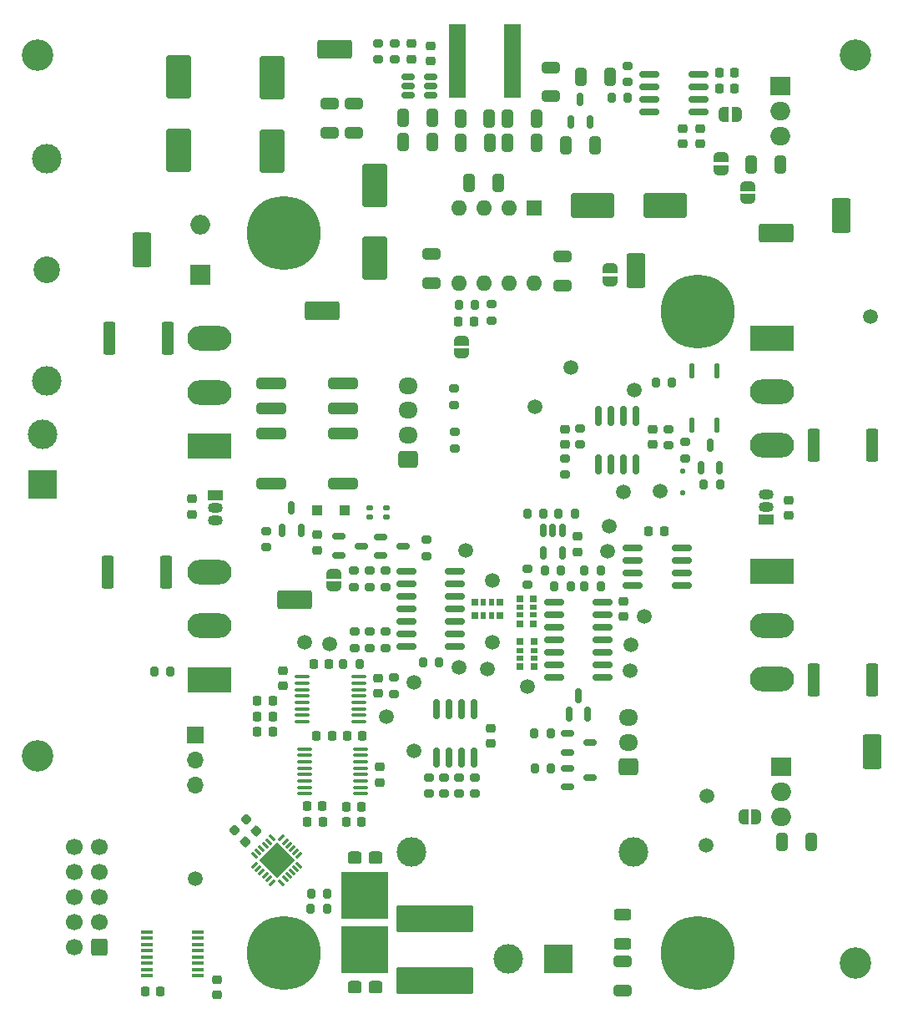
<source format=gbr>
%TF.GenerationSoftware,KiCad,Pcbnew,8.0.0*%
%TF.CreationDate,2024-03-22T17:01:39+01:00*%
%TF.ProjectId,PrezisoinPowerSupply,5072657a-6973-46f6-996e-506f77657253,rev?*%
%TF.SameCoordinates,Original*%
%TF.FileFunction,Soldermask,Top*%
%TF.FilePolarity,Negative*%
%FSLAX46Y46*%
G04 Gerber Fmt 4.6, Leading zero omitted, Abs format (unit mm)*
G04 Created by KiCad (PCBNEW 8.0.0) date 2024-03-22 17:01:39*
%MOMM*%
%LPD*%
G01*
G04 APERTURE LIST*
G04 Aperture macros list*
%AMRoundRect*
0 Rectangle with rounded corners*
0 $1 Rounding radius*
0 $2 $3 $4 $5 $6 $7 $8 $9 X,Y pos of 4 corners*
0 Add a 4 corners polygon primitive as box body*
4,1,4,$2,$3,$4,$5,$6,$7,$8,$9,$2,$3,0*
0 Add four circle primitives for the rounded corners*
1,1,$1+$1,$2,$3*
1,1,$1+$1,$4,$5*
1,1,$1+$1,$6,$7*
1,1,$1+$1,$8,$9*
0 Add four rect primitives between the rounded corners*
20,1,$1+$1,$2,$3,$4,$5,0*
20,1,$1+$1,$4,$5,$6,$7,0*
20,1,$1+$1,$6,$7,$8,$9,0*
20,1,$1+$1,$8,$9,$2,$3,0*%
%AMRotRect*
0 Rectangle, with rotation*
0 The origin of the aperture is its center*
0 $1 length*
0 $2 width*
0 $3 Rotation angle, in degrees counterclockwise*
0 Add horizontal line*
21,1,$1,$2,0,0,$3*%
%AMFreePoly0*
4,1,19,0.500000,-0.750000,0.000000,-0.750000,0.000000,-0.744911,-0.071157,-0.744911,-0.207708,-0.704816,-0.327430,-0.627875,-0.420627,-0.520320,-0.479746,-0.390866,-0.500000,-0.250000,-0.500000,0.250000,-0.479746,0.390866,-0.420627,0.520320,-0.327430,0.627875,-0.207708,0.704816,-0.071157,0.744911,0.000000,0.744911,0.000000,0.750000,0.500000,0.750000,0.500000,-0.750000,0.500000,-0.750000,
$1*%
%AMFreePoly1*
4,1,19,0.000000,0.744911,0.071157,0.744911,0.207708,0.704816,0.327430,0.627875,0.420627,0.520320,0.479746,0.390866,0.500000,0.250000,0.500000,-0.250000,0.479746,-0.390866,0.420627,-0.520320,0.327430,-0.627875,0.207708,-0.704816,0.071157,-0.744911,0.000000,-0.744911,0.000000,-0.750000,-0.500000,-0.750000,-0.500000,0.750000,0.000000,0.750000,0.000000,0.744911,0.000000,0.744911,
$1*%
G04 Aperture macros list end*
%ADD10R,1.500000X1.050000*%
%ADD11O,1.500000X1.050000*%
%ADD12RoundRect,0.225000X-0.250000X0.225000X-0.250000X-0.225000X0.250000X-0.225000X0.250000X0.225000X0*%
%ADD13RoundRect,0.147500X0.172500X-0.147500X0.172500X0.147500X-0.172500X0.147500X-0.172500X-0.147500X0*%
%ADD14RoundRect,0.225000X0.250000X-0.225000X0.250000X0.225000X-0.250000X0.225000X-0.250000X-0.225000X0*%
%ADD15RoundRect,0.200000X-1.550000X-0.750000X1.550000X-0.750000X1.550000X0.750000X-1.550000X0.750000X0*%
%ADD16RoundRect,0.200000X-0.200000X-0.275000X0.200000X-0.275000X0.200000X0.275000X-0.200000X0.275000X0*%
%ADD17RoundRect,0.317500X-0.382500X-0.317500X0.382500X-0.317500X0.382500X0.317500X-0.382500X0.317500X0*%
%ADD18R,4.800000X4.720000*%
%ADD19RoundRect,0.150000X0.150000X-0.825000X0.150000X0.825000X-0.150000X0.825000X-0.150000X-0.825000X0*%
%ADD20RoundRect,0.200000X0.275000X-0.200000X0.275000X0.200000X-0.275000X0.200000X-0.275000X-0.200000X0*%
%ADD21C,1.500000*%
%ADD22R,0.640000X0.700000*%
%ADD23R,0.500000X0.700000*%
%ADD24RoundRect,0.250000X-1.000000X1.950000X-1.000000X-1.950000X1.000000X-1.950000X1.000000X1.950000X0*%
%ADD25RoundRect,0.200000X0.750000X-1.550000X0.750000X1.550000X-0.750000X1.550000X-0.750000X-1.550000X0*%
%ADD26RoundRect,0.218750X0.218750X0.256250X-0.218750X0.256250X-0.218750X-0.256250X0.218750X-0.256250X0*%
%ADD27RoundRect,0.200000X0.200000X0.275000X-0.200000X0.275000X-0.200000X-0.275000X0.200000X-0.275000X0*%
%ADD28C,4.700000*%
%ADD29C,7.500000*%
%ADD30RoundRect,0.250000X0.650000X-0.325000X0.650000X0.325000X-0.650000X0.325000X-0.650000X-0.325000X0*%
%ADD31RoundRect,0.250000X-1.950000X-1.000000X1.950000X-1.000000X1.950000X1.000000X-1.950000X1.000000X0*%
%ADD32RoundRect,0.100000X0.637500X0.100000X-0.637500X0.100000X-0.637500X-0.100000X0.637500X-0.100000X0*%
%ADD33RoundRect,0.200000X-0.275000X0.200000X-0.275000X-0.200000X0.275000X-0.200000X0.275000X0.200000X0*%
%ADD34RoundRect,0.250000X-0.325000X-0.650000X0.325000X-0.650000X0.325000X0.650000X-0.325000X0.650000X0*%
%ADD35RoundRect,0.225000X-0.225000X-0.250000X0.225000X-0.250000X0.225000X0.250000X-0.225000X0.250000X0*%
%ADD36RoundRect,0.150000X-0.512500X-0.150000X0.512500X-0.150000X0.512500X0.150000X-0.512500X0.150000X0*%
%ADD37RoundRect,0.250000X0.325000X0.650000X-0.325000X0.650000X-0.325000X-0.650000X0.325000X-0.650000X0*%
%ADD38RoundRect,0.250000X0.725000X-0.600000X0.725000X0.600000X-0.725000X0.600000X-0.725000X-0.600000X0*%
%ADD39O,1.950000X1.700000*%
%ADD40RoundRect,0.250000X0.362500X1.425000X-0.362500X1.425000X-0.362500X-1.425000X0.362500X-1.425000X0*%
%ADD41RoundRect,0.150000X0.150000X-0.512500X0.150000X0.512500X-0.150000X0.512500X-0.150000X-0.512500X0*%
%ADD42RoundRect,0.225000X0.225000X0.250000X-0.225000X0.250000X-0.225000X-0.250000X0.225000X-0.250000X0*%
%ADD43FreePoly0,270.000000*%
%ADD44FreePoly1,270.000000*%
%ADD45C,3.200000*%
%ADD46C,2.700000*%
%ADD47C,3.000000*%
%ADD48RoundRect,0.250000X-0.650000X0.325000X-0.650000X-0.325000X0.650000X-0.325000X0.650000X0.325000X0*%
%ADD49RoundRect,0.218750X-0.026517X0.335876X-0.335876X0.026517X0.026517X-0.335876X0.335876X-0.026517X0*%
%ADD50RoundRect,0.250000X-0.362500X-1.425000X0.362500X-1.425000X0.362500X1.425000X-0.362500X1.425000X0*%
%ADD51RoundRect,0.150000X-0.825000X-0.150000X0.825000X-0.150000X0.825000X0.150000X-0.825000X0.150000X0*%
%ADD52RoundRect,0.250000X-0.625000X0.312500X-0.625000X-0.312500X0.625000X-0.312500X0.625000X0.312500X0*%
%ADD53R,1.200000X0.400000*%
%ADD54RoundRect,0.218750X-0.218750X-0.256250X0.218750X-0.256250X0.218750X0.256250X-0.218750X0.256250X0*%
%ADD55RoundRect,0.125000X-0.125000X0.125000X-0.125000X-0.125000X0.125000X-0.125000X0.125000X0.125000X0*%
%ADD56RoundRect,0.317500X0.382500X0.317500X-0.382500X0.317500X-0.382500X-0.317500X0.382500X-0.317500X0*%
%ADD57R,1.600000X1.600000*%
%ADD58O,1.600000X1.600000*%
%ADD59RoundRect,0.150000X0.150000X-0.587500X0.150000X0.587500X-0.150000X0.587500X-0.150000X-0.587500X0*%
%ADD60R,1.800000X7.500000*%
%ADD61R,1.700000X1.700000*%
%ADD62O,1.700000X1.700000*%
%ADD63RoundRect,0.062500X-0.291682X0.203293X0.203293X-0.291682X0.291682X-0.203293X-0.203293X0.291682X0*%
%ADD64RoundRect,0.062500X-0.291682X-0.203293X-0.203293X-0.291682X0.291682X0.203293X0.203293X0.291682X0*%
%ADD65RotRect,2.600000X2.600000X315.000000*%
%ADD66RoundRect,0.137500X0.137500X-0.587500X0.137500X0.587500X-0.137500X0.587500X-0.137500X-0.587500X0*%
%ADD67RoundRect,0.249750X1.250250X-0.305250X1.250250X0.305250X-1.250250X0.305250X-1.250250X-0.305250X0*%
%ADD68RoundRect,0.250000X0.300000X0.300000X-0.300000X0.300000X-0.300000X-0.300000X0.300000X-0.300000X0*%
%ADD69R,0.700000X0.640000*%
%ADD70R,0.700000X0.500000*%
%ADD71R,3.000000X3.000000*%
%ADD72RoundRect,0.150000X-0.150000X0.512500X-0.150000X-0.512500X0.150000X-0.512500X0.150000X0.512500X0*%
%ADD73FreePoly0,90.000000*%
%ADD74FreePoly1,90.000000*%
%ADD75RoundRect,0.250000X0.600000X0.600000X-0.600000X0.600000X-0.600000X-0.600000X0.600000X-0.600000X0*%
%ADD76C,1.700000*%
%ADD77FreePoly0,0.000000*%
%ADD78FreePoly1,0.000000*%
%ADD79RoundRect,0.150000X0.825000X0.150000X-0.825000X0.150000X-0.825000X-0.150000X0.825000X-0.150000X0*%
%ADD80RoundRect,0.225000X0.017678X-0.335876X0.335876X-0.017678X-0.017678X0.335876X-0.335876X0.017678X0*%
%ADD81RoundRect,0.275000X3.635000X-1.100000X3.635000X1.100000X-3.635000X1.100000X-3.635000X-1.100000X0*%
%ADD82FreePoly0,180.000000*%
%ADD83FreePoly1,180.000000*%
%ADD84R,4.500000X2.500000*%
%ADD85O,4.500000X2.500000*%
%ADD86R,2.000000X2.000000*%
%ADD87O,2.000000X2.000000*%
%ADD88R,2.000000X1.905000*%
%ADD89O,2.000000X1.905000*%
G04 APERTURE END LIST*
D10*
%TO.C,U9*%
X173900000Y-101070000D03*
D11*
X173900000Y-99800000D03*
X173900000Y-98530000D03*
%TD*%
D10*
%TO.C,U8*%
X118050000Y-98610000D03*
D11*
X118050000Y-99880000D03*
X118050000Y-101150000D03*
%TD*%
D12*
%TO.C,C44*%
X115700000Y-98975000D03*
X115700000Y-100525000D03*
%TD*%
D13*
%TO.C,F4*%
X135400000Y-100835000D03*
X135400000Y-99865000D03*
%TD*%
%TO.C,F3*%
X133750000Y-100835000D03*
X133750000Y-99865000D03*
%TD*%
D14*
%TO.C,C43*%
X176250000Y-100625000D03*
X176250000Y-99075000D03*
%TD*%
D15*
%TO.C,TP6*%
X128900000Y-79900000D03*
%TD*%
%TO.C,TP5*%
X130200000Y-53400000D03*
%TD*%
D16*
%TO.C,R14*%
X127750000Y-140550000D03*
X129400000Y-140550000D03*
%TD*%
D12*
%TO.C,C23*%
X139900000Y-53025000D03*
X139900000Y-54575000D03*
%TD*%
D15*
%TO.C,TP33*%
X126100000Y-109200000D03*
%TD*%
D17*
%TO.C,D9*%
X132210000Y-135335000D03*
X134290000Y-135335000D03*
D18*
X133250000Y-139140000D03*
%TD*%
D16*
%TO.C,R9*%
X155525000Y-107800000D03*
X157175000Y-107800000D03*
%TD*%
D19*
%TO.C,U3*%
X156945000Y-95475000D03*
X158215000Y-95475000D03*
X159485000Y-95475000D03*
X160755000Y-95475000D03*
X160755000Y-90525000D03*
X159485000Y-90525000D03*
X158215000Y-90525000D03*
X156945000Y-90525000D03*
%TD*%
D20*
%TO.C,R44*%
X132200000Y-114075000D03*
X132200000Y-112425000D03*
%TD*%
D21*
%TO.C,TP13*%
X161600000Y-110850000D03*
%TD*%
D20*
%TO.C,R47*%
X146100000Y-80900000D03*
X146100000Y-79250000D03*
%TD*%
%TO.C,R21*%
X133750000Y-107875000D03*
X133750000Y-106225000D03*
%TD*%
D12*
%TO.C,C53*%
X165500000Y-61425000D03*
X165500000Y-62975000D03*
%TD*%
D22*
%TO.C,RN4*%
X144380000Y-110800000D03*
D23*
X145250000Y-110800000D03*
X146050000Y-110800000D03*
D22*
X146920000Y-110800000D03*
X146920000Y-109400000D03*
D23*
X146050000Y-109400000D03*
X145250000Y-109400000D03*
D22*
X144380000Y-109400000D03*
%TD*%
D12*
%TO.C,C9*%
X145965000Y-122210000D03*
X145965000Y-123760000D03*
%TD*%
D24*
%TO.C,C11*%
X123800000Y-56300000D03*
X123800000Y-63700000D03*
%TD*%
D25*
%TO.C,TP1*%
X110600000Y-73700000D03*
%TD*%
D26*
%TO.C,FB2*%
X128987500Y-131700000D03*
X127412500Y-131700000D03*
%TD*%
D20*
%TO.C,R1*%
X164050000Y-93525000D03*
X164050000Y-91875000D03*
%TD*%
D27*
%TO.C,R12*%
X164375000Y-87150000D03*
X162725000Y-87150000D03*
%TD*%
D28*
%TO.C,REF\u002A\u002A*%
X167000000Y-145000000D03*
D29*
X167000000Y-145000000D03*
%TD*%
D16*
%TO.C,R32*%
X142775000Y-79275000D03*
X144425000Y-79275000D03*
%TD*%
%TO.C,R33*%
X131050000Y-115700000D03*
X132700000Y-115700000D03*
%TD*%
%TO.C,R49*%
X150475000Y-126250000D03*
X152125000Y-126250000D03*
%TD*%
D30*
%TO.C,C16*%
X153300000Y-77375000D03*
X153300000Y-74425000D03*
%TD*%
D20*
%TO.C,R22*%
X139500000Y-104775000D03*
X139500000Y-103125000D03*
%TD*%
D31*
%TO.C,C56*%
X156300000Y-69200000D03*
X163700000Y-69200000D03*
%TD*%
D32*
%TO.C,U21*%
X132625000Y-121550000D03*
X132625000Y-120900000D03*
X132625000Y-120250000D03*
X132625000Y-119600000D03*
X132625000Y-118950000D03*
X132625000Y-118300000D03*
X132625000Y-117650000D03*
X132625000Y-117000000D03*
X126900000Y-117000000D03*
X126900000Y-117650000D03*
X126900000Y-118300000D03*
X126900000Y-118950000D03*
X126900000Y-119600000D03*
X126900000Y-120250000D03*
X126900000Y-120900000D03*
X126900000Y-121550000D03*
%TD*%
D28*
%TO.C,REF\u002A\u002A*%
X167000000Y-80000000D03*
D29*
X167000000Y-80000000D03*
%TD*%
D33*
%TO.C,R42*%
X144400000Y-127200000D03*
X144400000Y-128850000D03*
%TD*%
D21*
%TO.C,TP7*%
X145650000Y-116200000D03*
%TD*%
D33*
%TO.C,R46*%
X135300000Y-112425000D03*
X135300000Y-114075000D03*
%TD*%
D21*
%TO.C,TP20*%
X138190000Y-124485000D03*
%TD*%
D14*
%TO.C,C1*%
X159500000Y-110875000D03*
X159500000Y-109325000D03*
%TD*%
D34*
%TO.C,C25*%
X147725000Y-60400000D03*
X150675000Y-60400000D03*
%TD*%
D35*
%TO.C,C51*%
X169200000Y-57400000D03*
X170750000Y-57400000D03*
%TD*%
D21*
%TO.C,TP16*%
X160150000Y-116400000D03*
%TD*%
D12*
%TO.C,C24*%
X138000000Y-52825000D03*
X138000000Y-54375000D03*
%TD*%
D26*
%TO.C,FB5*%
X129900000Y-122950000D03*
X128325000Y-122950000D03*
%TD*%
D15*
%TO.C,TP29*%
X175000000Y-72000000D03*
%TD*%
D27*
%TO.C,R48*%
X159925000Y-58300000D03*
X158275000Y-58300000D03*
%TD*%
D21*
%TO.C,TP27*%
X150500000Y-89600000D03*
%TD*%
D36*
%TO.C,U1*%
X137625000Y-56150000D03*
X137625000Y-57100000D03*
X137625000Y-58050000D03*
X139900000Y-58050000D03*
X139900000Y-57100000D03*
X139900000Y-56150000D03*
%TD*%
D33*
%TO.C,R41*%
X142800000Y-127200000D03*
X142800000Y-128850000D03*
%TD*%
D12*
%TO.C,C10*%
X162400000Y-91925000D03*
X162400000Y-93475000D03*
%TD*%
D16*
%TO.C,R26*%
X152875000Y-100450000D03*
X154525000Y-100450000D03*
%TD*%
D34*
%TO.C,C21*%
X137125000Y-60350000D03*
X140075000Y-60350000D03*
%TD*%
D37*
%TO.C,C15*%
X146775000Y-66900000D03*
X143825000Y-66900000D03*
%TD*%
D33*
%TO.C,R28*%
X165700000Y-93225000D03*
X165700000Y-94875000D03*
%TD*%
D30*
%TO.C,C17*%
X140000000Y-77075000D03*
X140000000Y-74125000D03*
%TD*%
D32*
%TO.C,U7*%
X132825000Y-128850000D03*
X132825000Y-128200000D03*
X132825000Y-127550000D03*
X132825000Y-126900000D03*
X132825000Y-126250000D03*
X132825000Y-125600000D03*
X132825000Y-124950000D03*
X132825000Y-124300000D03*
X127100000Y-124300000D03*
X127100000Y-124950000D03*
X127100000Y-125600000D03*
X127100000Y-126250000D03*
X127100000Y-126900000D03*
X127100000Y-127550000D03*
X127100000Y-128200000D03*
X127100000Y-128850000D03*
%TD*%
D35*
%TO.C,C47*%
X110925000Y-148900000D03*
X112475000Y-148900000D03*
%TD*%
D34*
%TO.C,C22*%
X137125000Y-62800000D03*
X140075000Y-62800000D03*
%TD*%
D21*
%TO.C,TP15*%
X149700000Y-117950000D03*
%TD*%
D38*
%TO.C,J4*%
X159975000Y-126150000D03*
D39*
X159975000Y-123650000D03*
X159975000Y-121150000D03*
%TD*%
D16*
%TO.C,R27*%
X167625000Y-97500000D03*
X169275000Y-97500000D03*
%TD*%
%TO.C,R8*%
X152450000Y-107800000D03*
X154100000Y-107800000D03*
%TD*%
D21*
%TO.C,TP10*%
X142750000Y-116050000D03*
%TD*%
%TO.C,TP23*%
X158000000Y-101700000D03*
%TD*%
D40*
%TO.C,R18*%
X184682500Y-117300000D03*
X178757500Y-117300000D03*
%TD*%
D41*
%TO.C,D6*%
X154150000Y-60775000D03*
X156050000Y-60775000D03*
X155100000Y-58500000D03*
%TD*%
D36*
%TO.C,Q8*%
X153800000Y-122750000D03*
X153800000Y-124650000D03*
X156075000Y-123700000D03*
%TD*%
D42*
%TO.C,C8*%
X163575000Y-102250000D03*
X162025000Y-102250000D03*
%TD*%
D21*
%TO.C,TP14*%
X160250000Y-113750000D03*
%TD*%
D43*
%TO.C,JP3*%
X172100000Y-67250000D03*
D44*
X172100000Y-68550000D03*
%TD*%
D45*
%TO.C,REF\u002A\u002A*%
X100000000Y-125000000D03*
%TD*%
D30*
%TO.C,C3*%
X159400000Y-148775000D03*
X159400000Y-145825000D03*
%TD*%
D33*
%TO.C,R31*%
X159875000Y-55075000D03*
X159875000Y-56725000D03*
%TD*%
D46*
%TO.C,F1*%
X101000000Y-75750000D03*
D47*
X101000000Y-87000000D03*
X101000000Y-64500000D03*
%TD*%
D48*
%TO.C,C14*%
X132100000Y-58925000D03*
X132100000Y-61875000D03*
%TD*%
D49*
%TO.C,FB1*%
X121156847Y-131443153D03*
X120043153Y-132556847D03*
%TD*%
D26*
%TO.C,FB4*%
X123900000Y-122600000D03*
X122325000Y-122600000D03*
%TD*%
D16*
%TO.C,R13*%
X111875000Y-116500000D03*
X113525000Y-116500000D03*
%TD*%
D50*
%TO.C,R16*%
X178807500Y-93500000D03*
X184732500Y-93500000D03*
%TD*%
D21*
%TO.C,TP17*%
X159450000Y-98250000D03*
%TD*%
D33*
%TO.C,R5*%
X142300000Y-87775000D03*
X142300000Y-89425000D03*
%TD*%
D42*
%TO.C,C32*%
X129600000Y-115700000D03*
X128050000Y-115700000D03*
%TD*%
D24*
%TO.C,C18*%
X134200000Y-67200000D03*
X134200000Y-74600000D03*
%TD*%
D21*
%TO.C,TP26*%
X167850000Y-134050000D03*
%TD*%
D12*
%TO.C,C48*%
X124900000Y-116362500D03*
X124900000Y-117912500D03*
%TD*%
D51*
%TO.C,U20*%
X162125000Y-55890000D03*
X162125000Y-57160000D03*
X162125000Y-58430000D03*
X162125000Y-59700000D03*
X167075000Y-59700000D03*
X167075000Y-58430000D03*
X167075000Y-57160000D03*
X167075000Y-55890000D03*
%TD*%
D12*
%TO.C,C35*%
X128350000Y-102625000D03*
X128350000Y-104175000D03*
%TD*%
D24*
%TO.C,C12*%
X114300000Y-56200000D03*
X114300000Y-63600000D03*
%TD*%
D21*
%TO.C,TP11*%
X143500000Y-104150000D03*
%TD*%
D33*
%TO.C,R43*%
X133750000Y-112425000D03*
X133750000Y-114075000D03*
%TD*%
%TO.C,R6*%
X142400000Y-92175000D03*
X142400000Y-93825000D03*
%TD*%
D21*
%TO.C,TP31*%
X167950000Y-129050000D03*
%TD*%
D35*
%TO.C,C5*%
X131325000Y-130175000D03*
X132875000Y-130175000D03*
%TD*%
D52*
%TO.C,R15*%
X159400000Y-141137500D03*
X159400000Y-144062500D03*
%TD*%
D53*
%TO.C,U5*%
X116300000Y-147322500D03*
X116300000Y-146687500D03*
X116300000Y-146052500D03*
X116300000Y-145417500D03*
X116300000Y-144782500D03*
X116300000Y-144147500D03*
X116300000Y-143512500D03*
X116300000Y-142877500D03*
X111100000Y-142877500D03*
X111100000Y-143512500D03*
X111100000Y-144147500D03*
X111100000Y-144782500D03*
X111100000Y-145417500D03*
X111100000Y-146052500D03*
X111100000Y-146687500D03*
X111100000Y-147322500D03*
%TD*%
D54*
%TO.C,FB3*%
X131312500Y-131700000D03*
X132887500Y-131700000D03*
%TD*%
D36*
%TO.C,Q7*%
X153812500Y-126250000D03*
X153812500Y-128150000D03*
X156087500Y-127200000D03*
%TD*%
D42*
%TO.C,C41*%
X123875000Y-119400000D03*
X122325000Y-119400000D03*
%TD*%
D21*
%TO.C,TP25*%
X163200000Y-98150000D03*
%TD*%
D55*
%TO.C,D7*%
X165500000Y-96150000D03*
X165500000Y-98350000D03*
%TD*%
D20*
%TO.C,R38*%
X123250000Y-103875000D03*
X123250000Y-102225000D03*
%TD*%
D56*
%TO.C,D8*%
X134290000Y-148430000D03*
X132210000Y-148430000D03*
D18*
X133250000Y-144625000D03*
%TD*%
D51*
%TO.C,U10*%
X152425000Y-109432500D03*
X152425000Y-110702500D03*
X152425000Y-111972500D03*
X152425000Y-113242500D03*
X152425000Y-114512500D03*
X152425000Y-115782500D03*
X152425000Y-117052500D03*
X157375000Y-117052500D03*
X157375000Y-115782500D03*
X157375000Y-114512500D03*
X157375000Y-113242500D03*
X157375000Y-111972500D03*
X157375000Y-110702500D03*
X157375000Y-109432500D03*
%TD*%
D33*
%TO.C,R29*%
X136300000Y-52775000D03*
X136300000Y-54425000D03*
%TD*%
D57*
%TO.C,U6*%
X150400000Y-69500000D03*
D58*
X147860000Y-69500000D03*
X145320000Y-69500000D03*
X142780000Y-69500000D03*
X142780000Y-77120000D03*
X145320000Y-77120000D03*
X147860000Y-77120000D03*
X150400000Y-77120000D03*
%TD*%
D33*
%TO.C,R39*%
X141250000Y-127200000D03*
X141250000Y-128850000D03*
%TD*%
D21*
%TO.C,TP21*%
X129700000Y-113700000D03*
%TD*%
D59*
%TO.C,D1*%
X153950000Y-120800000D03*
X155850000Y-120800000D03*
X154900000Y-118925000D03*
%TD*%
D16*
%TO.C,R2*%
X155525000Y-106250000D03*
X157175000Y-106250000D03*
%TD*%
D42*
%TO.C,C31*%
X128900000Y-130100000D03*
X127350000Y-130100000D03*
%TD*%
D21*
%TO.C,TP18*%
X160600000Y-87900000D03*
%TD*%
D60*
%TO.C,L1*%
X142600000Y-54600000D03*
X148200000Y-54600000D03*
%TD*%
D33*
%TO.C,R23*%
X149700000Y-106025000D03*
X149700000Y-107675000D03*
%TD*%
D35*
%TO.C,C19*%
X142725000Y-80975000D03*
X144275000Y-80975000D03*
%TD*%
D61*
%TO.C,J2*%
X116000000Y-122900000D03*
D62*
X116000000Y-125440000D03*
X116000000Y-127980000D03*
%TD*%
D43*
%TO.C,JP2*%
X130050000Y-106550000D03*
D44*
X130050000Y-107850000D03*
%TD*%
D63*
%TO.C,U16*%
X123813864Y-133346097D03*
X123460311Y-133699651D03*
X123106757Y-134053204D03*
X122753204Y-134406757D03*
X122399651Y-134760311D03*
X122046097Y-135113864D03*
D64*
X122046097Y-136086136D03*
X122399651Y-136439689D03*
X122753204Y-136793243D03*
X123106757Y-137146796D03*
X123460311Y-137500349D03*
X123813864Y-137853903D03*
D63*
X124786136Y-137853903D03*
X125139689Y-137500349D03*
X125493243Y-137146796D03*
X125846796Y-136793243D03*
X126200349Y-136439689D03*
X126553903Y-136086136D03*
D64*
X126553903Y-135113864D03*
X126200349Y-134760311D03*
X125846796Y-134406757D03*
X125493243Y-134053204D03*
X125139689Y-133699651D03*
X124786136Y-133346097D03*
D65*
X124300000Y-135600000D03*
%TD*%
D21*
%TO.C,TP24*%
X157850000Y-104250000D03*
%TD*%
D27*
%TO.C,R45*%
X140775000Y-115550000D03*
X139125000Y-115550000D03*
%TD*%
D12*
%TO.C,C33*%
X134550000Y-117125000D03*
X134550000Y-118675000D03*
%TD*%
D66*
%TO.C,U4*%
X166430000Y-91450000D03*
X168970000Y-91450000D03*
X168970000Y-85950000D03*
X166430000Y-85950000D03*
%TD*%
D21*
%TO.C,TP30*%
X135400000Y-121000000D03*
%TD*%
D14*
%TO.C,C46*%
X118200000Y-149275000D03*
X118200000Y-147725000D03*
%TD*%
D45*
%TO.C,REF\u002A\u002A*%
X183000000Y-54000000D03*
%TD*%
D67*
%TO.C,K1*%
X131050000Y-97450000D03*
X131050000Y-92370000D03*
X131050000Y-89830000D03*
X131050000Y-87290000D03*
X123760000Y-87290000D03*
X123760000Y-89830000D03*
X123760000Y-92370000D03*
X123760000Y-97450000D03*
%TD*%
D41*
%TO.C,Q6*%
X124850000Y-102150000D03*
X126750000Y-102150000D03*
X125800000Y-99875000D03*
%TD*%
D68*
%TO.C,D2*%
X131205000Y-100100000D03*
X128405000Y-100100000D03*
%TD*%
D33*
%TO.C,R34*%
X136150000Y-117075000D03*
X136150000Y-118725000D03*
%TD*%
D36*
%TO.C,D4*%
X134850000Y-102800000D03*
X134850000Y-104700000D03*
X137125000Y-103750000D03*
%TD*%
D34*
%TO.C,C30*%
X175525000Y-133700000D03*
X178475000Y-133700000D03*
%TD*%
D47*
%TO.C,F2*%
X137950000Y-134750000D03*
X160450000Y-134750000D03*
%TD*%
D25*
%TO.C,TP4*%
X160700000Y-75800000D03*
%TD*%
D27*
%TO.C,R24*%
X153125000Y-106200000D03*
X151475000Y-106200000D03*
%TD*%
D21*
%TO.C,TP9*%
X146150000Y-107250000D03*
%TD*%
D14*
%TO.C,C6*%
X134700000Y-127700000D03*
X134700000Y-126150000D03*
%TD*%
D69*
%TO.C,RN2*%
X150375000Y-116000000D03*
D70*
X150375000Y-115130000D03*
X150375000Y-114330000D03*
D69*
X150375000Y-113460000D03*
X148975000Y-113460000D03*
D70*
X148975000Y-114330000D03*
X148975000Y-115130000D03*
D69*
X148975000Y-116000000D03*
%TD*%
D71*
%TO.C,J1*%
X100500000Y-97500000D03*
D47*
X100500000Y-92420000D03*
%TD*%
D72*
%TO.C,U19*%
X153250000Y-102162500D03*
X152300000Y-102162500D03*
X151350000Y-102162500D03*
X151350000Y-104437500D03*
X153250000Y-104437500D03*
%TD*%
D21*
%TO.C,TP22*%
X138250000Y-117550000D03*
%TD*%
D73*
%TO.C,JP7*%
X169400000Y-65650000D03*
D74*
X169400000Y-64350000D03*
%TD*%
D43*
%TO.C,JP4*%
X158100000Y-75600000D03*
D44*
X158100000Y-76900000D03*
%TD*%
D21*
%TO.C,TP8*%
X146200000Y-113500000D03*
%TD*%
D33*
%TO.C,R19*%
X135350000Y-106225000D03*
X135350000Y-107875000D03*
%TD*%
D75*
%TO.C,J3*%
X106265000Y-144400000D03*
D76*
X103725000Y-144400000D03*
X106265000Y-141860000D03*
X103725000Y-141860000D03*
X106265000Y-139320000D03*
X103725000Y-139320000D03*
X106265000Y-136780000D03*
X103725000Y-136780000D03*
X106265000Y-134240000D03*
X103725000Y-134240000D03*
%TD*%
D45*
%TO.C,REF\u002A\u002A*%
X183000000Y-146000000D03*
%TD*%
D69*
%TO.C,RN5*%
X150350000Y-111600000D03*
D70*
X150350000Y-110730000D03*
X150350000Y-109930000D03*
D69*
X150350000Y-109060000D03*
X148950000Y-109060000D03*
D70*
X148950000Y-109930000D03*
X148950000Y-110730000D03*
D69*
X148950000Y-111600000D03*
%TD*%
D42*
%TO.C,C38*%
X123875000Y-121000000D03*
X122325000Y-121000000D03*
%TD*%
D41*
%TO.C,Q5*%
X167300000Y-95775000D03*
X169200000Y-95775000D03*
X168250000Y-93500000D03*
%TD*%
D48*
%TO.C,C13*%
X129700000Y-58925000D03*
X129700000Y-61875000D03*
%TD*%
D50*
%TO.C,R17*%
X107137500Y-106400000D03*
X113062500Y-106400000D03*
%TD*%
D27*
%TO.C,R25*%
X151375000Y-100450000D03*
X149725000Y-100450000D03*
%TD*%
D25*
%TO.C,TP2*%
X184700000Y-124600000D03*
%TD*%
D14*
%TO.C,C2*%
X153550000Y-93425000D03*
X153550000Y-91875000D03*
%TD*%
D43*
%TO.C,JP5*%
X143000000Y-82950000D03*
D44*
X143000000Y-84250000D03*
%TD*%
D36*
%TO.C,D3*%
X130612500Y-102787500D03*
X130612500Y-104687500D03*
X132887500Y-103737500D03*
%TD*%
D45*
%TO.C,REF\u002A\u002A*%
X100000000Y-54000000D03*
%TD*%
D16*
%TO.C,R50*%
X150425000Y-122700000D03*
X152075000Y-122700000D03*
%TD*%
D37*
%TO.C,C55*%
X156575000Y-63100000D03*
X153625000Y-63100000D03*
%TD*%
D71*
%TO.C,J6*%
X152840000Y-145600000D03*
D47*
X147760000Y-145600000D03*
%TD*%
D37*
%TO.C,C54*%
X158075000Y-56200000D03*
X155125000Y-56200000D03*
%TD*%
D19*
%TO.C,U12*%
X140535000Y-125210000D03*
X141805000Y-125210000D03*
X143075000Y-125210000D03*
X144345000Y-125210000D03*
X144345000Y-120260000D03*
X143075000Y-120260000D03*
X141805000Y-120260000D03*
X140535000Y-120260000D03*
%TD*%
D34*
%TO.C,C26*%
X147725000Y-62900000D03*
X150675000Y-62900000D03*
%TD*%
D77*
%TO.C,JP6*%
X169650000Y-60000000D03*
D78*
X170950000Y-60000000D03*
%TD*%
D40*
%TO.C,R7*%
X113212500Y-82700000D03*
X107287500Y-82700000D03*
%TD*%
D33*
%TO.C,R40*%
X139700000Y-127200000D03*
X139700000Y-128850000D03*
%TD*%
D20*
%TO.C,R10*%
X153550000Y-96525000D03*
X153550000Y-94875000D03*
%TD*%
%TO.C,R30*%
X134600000Y-54425000D03*
X134600000Y-52775000D03*
%TD*%
D12*
%TO.C,C52*%
X167225000Y-61425000D03*
X167225000Y-62975000D03*
%TD*%
D33*
%TO.C,R11*%
X155100000Y-91825000D03*
X155100000Y-93475000D03*
%TD*%
D21*
%TO.C,TP28*%
X184500000Y-80500000D03*
%TD*%
D37*
%TO.C,C29*%
X175375000Y-65100000D03*
X172425000Y-65100000D03*
%TD*%
D20*
%TO.C,R20*%
X132150000Y-107875000D03*
X132150000Y-106225000D03*
%TD*%
D30*
%TO.C,C34*%
X152100000Y-58175000D03*
X152100000Y-55225000D03*
%TD*%
D79*
%TO.C,U2*%
X165375000Y-107755000D03*
X165375000Y-106485000D03*
X165375000Y-105215000D03*
X165375000Y-103945000D03*
X160425000Y-103945000D03*
X160425000Y-105215000D03*
X160425000Y-106485000D03*
X160425000Y-107755000D03*
%TD*%
D28*
%TO.C,REF\u002A\u002A*%
X125000000Y-72000000D03*
D29*
X125000000Y-72000000D03*
%TD*%
D80*
%TO.C,C40*%
X121151992Y-133698008D03*
X122248008Y-132601992D03*
%TD*%
D38*
%TO.C,J5*%
X137600000Y-95000000D03*
D39*
X137600000Y-92500000D03*
X137600000Y-90000000D03*
X137600000Y-87500000D03*
%TD*%
D35*
%TO.C,C36*%
X131425000Y-122950000D03*
X132975000Y-122950000D03*
%TD*%
D37*
%TO.C,C28*%
X145875000Y-60400000D03*
X142925000Y-60400000D03*
%TD*%
D16*
%TO.C,R35*%
X127775000Y-139000000D03*
X129425000Y-139000000D03*
%TD*%
D25*
%TO.C,TP3*%
X181600000Y-70200000D03*
%TD*%
D21*
%TO.C,TP19*%
X154100000Y-85650000D03*
%TD*%
D81*
%TO.C,R51*%
X140312500Y-147780000D03*
X140312500Y-141520000D03*
%TD*%
D79*
%TO.C,U11*%
X142400000Y-113950000D03*
X142400000Y-112680000D03*
X142400000Y-111410000D03*
X142400000Y-110140000D03*
X142400000Y-108870000D03*
X142400000Y-107600000D03*
X142400000Y-106330000D03*
X137450000Y-106330000D03*
X137450000Y-107600000D03*
X137450000Y-108870000D03*
X137450000Y-110140000D03*
X137450000Y-111410000D03*
X137450000Y-112680000D03*
X137450000Y-113950000D03*
%TD*%
D37*
%TO.C,C27*%
X145900000Y-62900000D03*
X142950000Y-62900000D03*
%TD*%
D14*
%TO.C,C7*%
X154800000Y-104325000D03*
X154800000Y-102775000D03*
%TD*%
D28*
%TO.C,REF\u002A\u002A*%
X125000000Y-145000000D03*
D29*
X125000000Y-145000000D03*
%TD*%
D21*
%TO.C,TP12*%
X116000000Y-137500000D03*
%TD*%
D82*
%TO.C,JP1*%
X172950000Y-131200000D03*
D83*
X171650000Y-131200000D03*
%TD*%
D35*
%TO.C,C37*%
X169200000Y-55800000D03*
X170750000Y-55800000D03*
%TD*%
D21*
%TO.C,TP32*%
X127150000Y-113500000D03*
%TD*%
D84*
%TO.C,Q1*%
X174520000Y-82650000D03*
D85*
X174520000Y-88100000D03*
X174520000Y-93550000D03*
%TD*%
D86*
%TO.C,D5*%
X116555000Y-76240000D03*
D87*
X116555000Y-71160000D03*
%TD*%
D84*
%TO.C,Q9*%
X117480000Y-93600000D03*
D85*
X117480000Y-88150000D03*
X117480000Y-82700000D03*
%TD*%
D84*
%TO.C,Q4*%
X117500000Y-117300000D03*
D85*
X117500000Y-111850000D03*
X117500000Y-106400000D03*
%TD*%
D88*
%TO.C,U14*%
X175445000Y-126160000D03*
D89*
X175445000Y-128700000D03*
X175445000Y-131240000D03*
%TD*%
D88*
%TO.C,U18*%
X175400000Y-57120000D03*
D89*
X175400000Y-59660000D03*
X175400000Y-62200000D03*
%TD*%
D84*
%TO.C,Q2*%
X174500000Y-106350000D03*
D85*
X174500000Y-111800000D03*
X174500000Y-117250000D03*
%TD*%
M02*

</source>
